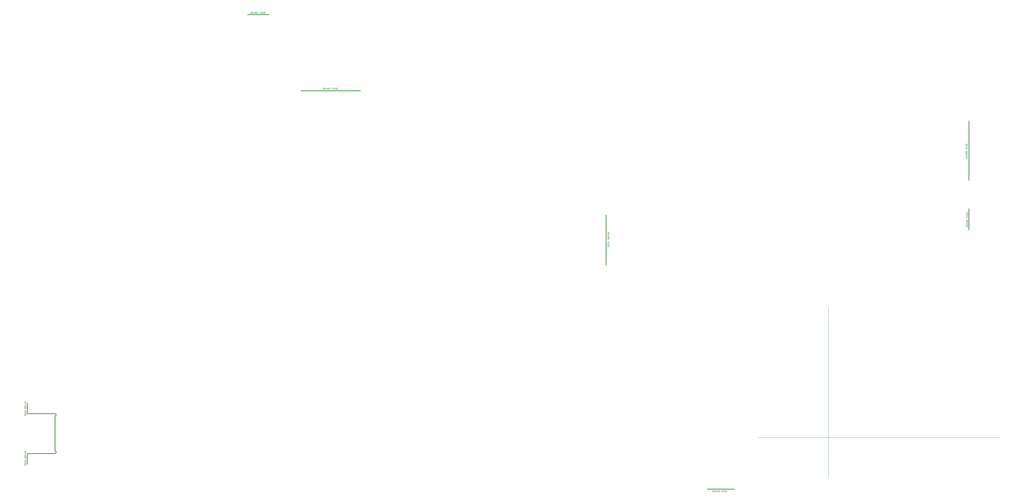
<source format=gbr>
G04 DipTrace 3.3.1.3*
G04 TopAssy.gbr*
%MOIN*%
G04 #@! TF.FileFunction,Drawing,Top*
G04 #@! TF.Part,Single*
%ADD10C,0.009843*%
%ADD15C,0.001312*%
%ADD96C,0.003088*%
%FSLAX26Y26*%
G04*
G70*
G90*
G75*
G01*
G04 TopAssy*
%LPD*%
X8033855Y4079921D2*
D10*
Y3421654D1*
X12789171Y3886417D2*
Y4165157D1*
X3334646Y6710632D2*
X3613386D1*
X811792Y1474800D2*
G02X811792Y1443344I43J-15728D01*
G01*
X811848Y982686D2*
G02X811848Y951229I-13J-15728D01*
G01*
X811624Y1474800D2*
X445690D1*
X811624Y951145D2*
X445690D1*
X811792Y1443344D2*
Y982686D1*
X445690Y949211D2*
Y815395D1*
Y1610634D2*
Y1476819D1*
X4035039Y5710627D2*
X4812992D1*
X12789177Y4536811D2*
Y5314764D1*
X9359843Y483050D2*
X9714173D1*
X10024016Y1162598D2*
D15*
X13193307D1*
X10949213Y650787D2*
Y2867323D1*
X8072154Y3850222D2*
D96*
X8052058D1*
X8052057Y3841600D1*
X8053030Y3838726D1*
X8053981Y3837775D1*
X8055882Y3836824D1*
X8058756D1*
X8060680Y3837775D1*
X8061630Y3838726D1*
X8062581Y3841600D1*
X8063554Y3838726D1*
X8064504Y3837775D1*
X8066405Y3836824D1*
X8068329D1*
X8070230Y3837775D1*
X8071203Y3838726D1*
X8072153Y3841600D1*
X8072154Y3850222D1*
X8062581D2*
Y3841600D1*
X8072153Y3824901D2*
X8071203Y3826824D1*
X8069279Y3828725D1*
X8067378Y3829698D1*
X8064504Y3830649D1*
X8059707D1*
X8056855Y3829698D1*
X8054931Y3828725D1*
X8053030Y3826824D1*
X8052057Y3824901D1*
Y3821076D1*
X8053030Y3819175D1*
X8054932Y3817251D1*
X8056855Y3816301D1*
X8059707Y3815350D1*
X8064504D1*
X8067378Y3816301D1*
X8069279Y3817251D1*
X8071203Y3819175D1*
X8072153Y3821076D1*
Y3824901D1*
X8052058Y3793854D2*
X8072153Y3801525D1*
X8052058Y3809174D1*
X8058756Y3806300D2*
Y3796728D1*
X8062581Y3787678D2*
Y3779078D1*
X8063554Y3776204D1*
X8064504Y3775231D1*
X8066405Y3774281D1*
X8068329D1*
X8070230Y3775231D1*
X8071203Y3776204D1*
X8072153Y3779078D1*
Y3787678D1*
X8052058D1*
X8062581Y3780979D2*
X8052058Y3774281D1*
X8072153Y3768105D2*
X8052058D1*
Y3761406D1*
X8053030Y3758532D1*
X8054932Y3756609D1*
X8056855Y3755658D1*
X8059707Y3754708D1*
X8064504D1*
X8067378Y3755658D1*
X8069279Y3756609D1*
X8071203Y3758532D1*
X8072153Y3761406D1*
Y3768105D1*
X8072154Y3716667D2*
Y3729092D1*
X8052058D1*
Y3716667D1*
X8062581Y3729092D2*
Y3721442D1*
X8072154Y3710491D2*
X8052058D1*
Y3703793D1*
X8053030Y3700919D1*
X8054932Y3698995D1*
X8056855Y3698045D1*
X8059707Y3697094D1*
X8064504D1*
X8067378Y3698045D1*
X8069279Y3698995D1*
X8071203Y3700919D1*
X8072154Y3703793D1*
Y3710491D1*
X8067378Y3676570D2*
X8069279Y3677521D1*
X8071203Y3679444D1*
X8072154Y3681346D1*
Y3685170D1*
X8071203Y3687094D1*
X8069279Y3688995D1*
X8067378Y3689968D1*
X8064504Y3690918D1*
X8059707D1*
X8056855Y3689968D1*
X8054932Y3688995D1*
X8053030Y3687094D1*
X8052058Y3685170D1*
Y3681346D1*
X8053030Y3679444D1*
X8054932Y3677521D1*
X8056855Y3676570D1*
X8059707D1*
Y3681346D1*
X8072154Y3657970D2*
Y3670395D1*
X8052058D1*
Y3657970D1*
X8062581Y3670395D2*
Y3662745D1*
X12755799Y3927319D2*
X12775895D1*
Y3935941D1*
X12774923Y3938815D1*
X12773972Y3939766D1*
X12772071Y3940717D1*
X12769197D1*
X12767273Y3939766D1*
X12766323Y3938816D1*
X12765372Y3935942D1*
X12764399Y3938816D1*
X12763449Y3939766D1*
X12761547Y3940717D1*
X12759624D1*
X12757723Y3939766D1*
X12756750Y3938816D1*
X12755799Y3935942D1*
Y3927319D1*
X12765372D2*
Y3935942D1*
X12755799Y3952640D2*
X12756750Y3950717D1*
X12758673Y3948816D1*
X12760575Y3947843D1*
X12763449Y3946892D1*
X12768246D1*
X12771098Y3947843D1*
X12773021Y3948816D1*
X12774923Y3950717D1*
X12775895Y3952640D1*
Y3956465D1*
X12774923Y3958366D1*
X12773021Y3960290D1*
X12771098Y3961240D1*
X12768246Y3962191D1*
X12763449D1*
X12760575Y3961240D1*
X12758673Y3960290D1*
X12756750Y3958366D1*
X12755799Y3956465D1*
Y3952640D1*
X12775895Y3983687D2*
X12755799Y3976016D1*
X12775895Y3968367D1*
X12769197Y3971241D2*
Y3980813D1*
X12765372Y3989863D2*
Y3998463D1*
X12764399Y4001337D1*
X12763449Y4002310D1*
X12761547Y4003260D1*
X12759624D1*
X12757723Y4002310D1*
X12756750Y4001337D1*
X12755799Y3998463D1*
Y3989863D1*
X12775895D1*
X12765372Y3996562D2*
X12775895Y4003260D1*
X12755799Y4009436D2*
X12775895D1*
Y4016135D1*
X12774922Y4019009D1*
X12773021Y4020932D1*
X12771098Y4021883D1*
X12768246Y4022833D1*
X12763449D1*
X12760575Y4021883D1*
X12758673Y4020932D1*
X12756750Y4019009D1*
X12755799Y4016135D1*
Y4009436D1*
Y4060874D2*
Y4048450D1*
X12775895D1*
Y4060874D1*
X12765372Y4048450D2*
Y4056099D1*
X12755799Y4067050D2*
X12775895D1*
Y4073749D1*
X12774922Y4076623D1*
X12773021Y4078546D1*
X12771098Y4079497D1*
X12768246Y4080447D1*
X12763449D1*
X12760575Y4079497D1*
X12758673Y4078546D1*
X12756750Y4076623D1*
X12755799Y4073749D1*
Y4067050D1*
X12760575Y4100971D2*
X12758673Y4100020D1*
X12756750Y4098097D1*
X12755799Y4096196D1*
Y4092371D1*
X12756750Y4090448D1*
X12758673Y4088546D1*
X12760575Y4087574D1*
X12763449Y4086623D1*
X12768246D1*
X12771098Y4087574D1*
X12773021Y4088546D1*
X12774922Y4090448D1*
X12775895Y4092371D1*
Y4096196D1*
X12774922Y4098097D1*
X12773021Y4100020D1*
X12771098Y4100971D1*
X12768246D1*
Y4096196D1*
X12755799Y4119571D2*
Y4107147D1*
X12775895D1*
Y4119571D1*
X12765372Y4107147D2*
Y4114796D1*
X3375548Y6744004D2*
Y6723908D1*
X3384170D1*
X3387044Y6724881D1*
X3387994Y6725831D1*
X3388945Y6727733D1*
Y6730607D1*
X3387994Y6732530D1*
X3387044Y6733481D1*
X3384170Y6734431D1*
X3387044Y6735404D1*
X3387994Y6736355D1*
X3388945Y6738256D1*
Y6740179D1*
X3387994Y6742081D1*
X3387044Y6743053D1*
X3384170Y6744004D1*
X3375548D1*
Y6734431D2*
X3384170D1*
X3400869Y6744004D2*
X3398945Y6743053D1*
X3397044Y6741130D1*
X3396071Y6739229D1*
X3395121Y6736355D1*
Y6731557D1*
X3396071Y6728705D1*
X3397044Y6726782D1*
X3398945Y6724881D1*
X3400869Y6723908D1*
X3404693D1*
X3406595Y6724881D1*
X3408518Y6726782D1*
X3409469Y6728705D1*
X3410419Y6731557D1*
Y6736355D1*
X3409469Y6739229D1*
X3408518Y6741130D1*
X3406595Y6743053D1*
X3404693Y6744004D1*
X3400869D1*
X3431916Y6723908D2*
X3424244Y6744004D1*
X3416595Y6723908D1*
X3419469Y6730607D2*
X3429042D1*
X3438091Y6734431D2*
X3446691D1*
X3449565Y6735404D1*
X3450538Y6736355D1*
X3451489Y6738256D1*
Y6740179D1*
X3450538Y6742081D1*
X3449565Y6743053D1*
X3446691Y6744004D1*
X3438091D1*
Y6723908D1*
X3444790Y6734431D2*
X3451489Y6723908D1*
X3457664Y6744004D2*
Y6723908D1*
X3464363D1*
X3467237Y6724881D1*
X3469161Y6726782D1*
X3470111Y6728705D1*
X3471062Y6731557D1*
Y6736355D1*
X3470111Y6739229D1*
X3469161Y6741130D1*
X3467237Y6743053D1*
X3464363Y6744004D1*
X3457664D1*
X3509103D2*
X3496678D1*
Y6723908D1*
X3509103D1*
X3496678Y6734431D2*
X3504327D1*
X3515278Y6744004D2*
Y6723908D1*
X3521977D1*
X3524851Y6724881D1*
X3526774Y6726782D1*
X3527725Y6728705D1*
X3528676Y6731557D1*
Y6736355D1*
X3527725Y6739229D1*
X3526774Y6741130D1*
X3524851Y6743053D1*
X3521977Y6744004D1*
X3515278D1*
X3549199Y6739229D2*
X3548249Y6741130D1*
X3546325Y6743053D1*
X3544424Y6744004D1*
X3540599D1*
X3538676Y6743053D1*
X3536775Y6741130D1*
X3535802Y6739229D1*
X3534851Y6736355D1*
Y6731557D1*
X3535802Y6728705D1*
X3536775Y6726782D1*
X3538676Y6724881D1*
X3540599Y6723908D1*
X3544424D1*
X3546325Y6724881D1*
X3548249Y6726782D1*
X3549199Y6728705D1*
Y6731557D1*
X3544424D1*
X3567799Y6744004D2*
X3555375D1*
Y6723908D1*
X3567799D1*
X3555375Y6734431D2*
X3563024D1*
X431442Y850630D2*
Y863054D1*
X411346D1*
Y850630D1*
X421869Y863054D2*
Y855405D1*
X431442Y844454D2*
X411346D1*
Y837755D1*
X412319Y834881D1*
X414220Y832958D1*
X416143Y832007D1*
X418995Y831057D1*
X423793D1*
X426667Y832007D1*
X428568Y832958D1*
X430491Y834881D1*
X431442Y837755D1*
Y844454D1*
X426667Y810533D2*
X428568Y811484D1*
X430491Y813407D1*
X431442Y815308D1*
Y819133D1*
X430491Y821056D1*
X428568Y822958D1*
X426667Y823930D1*
X423793Y824881D1*
X418995D1*
X416143Y823930D1*
X414220Y822958D1*
X412319Y821056D1*
X411346Y819133D1*
Y815308D1*
X412319Y813407D1*
X414220Y811484D1*
X416143Y810533D1*
X418995D1*
Y815308D1*
X431442Y791933D2*
Y804357D1*
X411346D1*
Y791933D1*
X421869Y804357D2*
Y796708D1*
X431442Y979964D2*
X411346D1*
Y971342D1*
X412319Y968468D1*
X413269Y967517D1*
X415170Y966567D1*
X418045D1*
X419968Y967517D1*
X420919Y968468D1*
X421869Y971342D1*
X422842Y968468D1*
X423793Y967517D1*
X425694Y966567D1*
X427617D1*
X429518Y967517D1*
X430491Y968468D1*
X431442Y971342D1*
Y979964D1*
X421869D2*
Y971342D1*
X431442Y954643D2*
X430491Y956566D1*
X428568Y958468D1*
X426667Y959440D1*
X423793Y960391D1*
X418995D1*
X416143Y959441D1*
X414220Y958468D1*
X412319Y956567D1*
X411346Y954643D1*
Y950818D1*
X412319Y948917D1*
X414220Y946994D1*
X416143Y946043D1*
X418995Y945093D1*
X423793D1*
X426667Y946043D1*
X428568Y946994D1*
X430491Y948917D1*
X431442Y950818D1*
Y954643D1*
X411346Y923596D2*
X431442Y931268D1*
X411346Y938917D1*
X418045Y936043D2*
Y926470D1*
X421869Y917420D2*
Y908821D1*
X422842Y905947D1*
X423793Y904974D1*
X425694Y904023D1*
X427617D1*
X429518Y904974D1*
X430491Y905946D1*
X431442Y908821D1*
Y917420D1*
X411346D1*
X421869Y910722D2*
X411346Y904023D1*
X431442Y897847D2*
X411346D1*
Y891149D1*
X412319Y888275D1*
X414220Y886351D1*
X416143Y885401D1*
X418995Y884450D1*
X423793D1*
X426667Y885401D1*
X428568Y886351D1*
X430491Y888275D1*
X431442Y891149D1*
Y897847D1*
Y1500614D2*
Y1513039D1*
X411346D1*
Y1500614D1*
X421869Y1513039D2*
Y1505390D1*
X431442Y1494439D2*
X411346D1*
Y1487740D1*
X412319Y1484866D1*
X414220Y1482943D1*
X416143Y1481992D1*
X418995Y1481041D1*
X423793D1*
X426667Y1481992D1*
X428568Y1482943D1*
X430491Y1484866D1*
X431442Y1487740D1*
Y1494439D1*
X426667Y1460518D2*
X428568Y1461468D1*
X430491Y1463392D1*
X431442Y1465293D1*
Y1469118D1*
X430491Y1471041D1*
X428568Y1472942D1*
X426667Y1473915D1*
X423793Y1474866D1*
X418995D1*
X416143Y1473915D1*
X414220Y1472942D1*
X412319Y1471041D1*
X411346Y1469118D1*
Y1465293D1*
X412319Y1463392D1*
X414220Y1461468D1*
X416143Y1460518D1*
X418995D1*
Y1465293D1*
X431442Y1441917D2*
Y1454342D1*
X411346D1*
Y1441918D1*
X421869Y1454342D2*
Y1446693D1*
X431442Y1629949D2*
X411346D1*
Y1621327D1*
X412319Y1618453D1*
X413269Y1617502D1*
X415170Y1616551D1*
X418045D1*
X419968Y1617502D1*
X420919Y1618453D1*
X421869Y1621327D1*
X422842Y1618453D1*
X423793Y1617502D1*
X425694Y1616551D1*
X427617D1*
X429518Y1617502D1*
X430491Y1618453D1*
X431442Y1621327D1*
Y1629949D1*
X421869D2*
Y1621327D1*
X431442Y1604628D2*
X430491Y1606551D1*
X428568Y1608452D1*
X426667Y1609425D1*
X423793Y1610376D1*
X418995D1*
X416143Y1609425D1*
X414220Y1608452D1*
X412319Y1606551D1*
X411346Y1604628D1*
Y1600803D1*
X412319Y1598902D1*
X414220Y1596978D1*
X416143Y1596028D1*
X418995Y1595077D1*
X423793D1*
X426667Y1596028D1*
X428568Y1596978D1*
X430491Y1598902D1*
X431442Y1600803D1*
Y1604628D1*
X411346Y1573581D2*
X431442Y1581252D1*
X411346Y1588902D1*
X418045Y1586027D2*
Y1576455D1*
X421869Y1567405D2*
Y1558805D1*
X422842Y1555931D1*
X423793Y1554958D1*
X425694Y1554008D1*
X427617D1*
X429518Y1554958D1*
X430491Y1555931D1*
X431442Y1558805D1*
Y1567405D1*
X411346D1*
X421869Y1560706D2*
X411346Y1554008D1*
X431442Y1547832D2*
X411346D1*
Y1541133D1*
X412319Y1538259D1*
X414220Y1536336D1*
X416143Y1535385D1*
X418995Y1534435D1*
X423793D1*
X426667Y1535385D1*
X428568Y1536336D1*
X430491Y1538259D1*
X431442Y1541133D1*
Y1547832D1*
X4324581Y5748925D2*
Y5728829D1*
X4333203D1*
X4336077Y5729802D1*
X4337028Y5730753D1*
X4337979Y5732654D1*
Y5735528D1*
X4337028Y5737451D1*
X4336077Y5738402D1*
X4333203Y5739353D1*
X4336077Y5740325D1*
X4337028Y5741276D1*
X4337979Y5743177D1*
Y5745101D1*
X4337028Y5747002D1*
X4336077Y5747975D1*
X4333203Y5748925D1*
X4324581D1*
Y5739353D2*
X4333203D1*
X4349902Y5748925D2*
X4347979Y5747975D1*
X4346078Y5746051D1*
X4345105Y5744150D1*
X4344154Y5741276D1*
Y5736478D1*
X4345105Y5733627D1*
X4346078Y5731703D1*
X4347979Y5729802D1*
X4349902Y5728829D1*
X4353727D1*
X4355628Y5729802D1*
X4357552Y5731703D1*
X4358502Y5733627D1*
X4359453Y5736478D1*
Y5741276D1*
X4358502Y5744150D1*
X4357552Y5746051D1*
X4355628Y5747975D1*
X4353727Y5748925D1*
X4349902D1*
X4380949Y5728829D2*
X4373278Y5748925D1*
X4365629Y5728829D1*
X4368503Y5735528D2*
X4378075D1*
X4387125Y5739353D2*
X4395725D1*
X4398599Y5740325D1*
X4399572Y5741276D1*
X4400522Y5743177D1*
Y5745101D1*
X4399572Y5747002D1*
X4398599Y5747975D1*
X4395725Y5748925D1*
X4387125D1*
Y5728829D1*
X4393824Y5739353D2*
X4400522Y5728829D1*
X4406698Y5748925D2*
Y5728829D1*
X4413397D1*
X4416271Y5729802D1*
X4418194Y5731703D1*
X4419145Y5733627D1*
X4420096Y5736478D1*
Y5741276D1*
X4419145Y5744150D1*
X4418194Y5746051D1*
X4416271Y5747975D1*
X4413397Y5748925D1*
X4406698D1*
X4458136D2*
X4445712D1*
Y5728829D1*
X4458136D1*
X4445712Y5739353D2*
X4453361D1*
X4464312Y5748925D2*
Y5728829D1*
X4471011D1*
X4473885Y5729802D1*
X4475808Y5731703D1*
X4476759Y5733627D1*
X4477709Y5736478D1*
Y5741276D1*
X4476759Y5744150D1*
X4475808Y5746051D1*
X4473885Y5747975D1*
X4471011Y5748925D1*
X4464312D1*
X4498233Y5744150D2*
X4497282Y5746051D1*
X4495359Y5747975D1*
X4493458Y5748925D1*
X4489633D1*
X4487710Y5747975D1*
X4485808Y5746051D1*
X4484836Y5744150D1*
X4483885Y5741276D1*
Y5736478D1*
X4484836Y5733627D1*
X4485808Y5731703D1*
X4487710Y5729802D1*
X4489633Y5728829D1*
X4493458D1*
X4495359Y5729802D1*
X4497282Y5731703D1*
X4498233Y5733627D1*
Y5736478D1*
X4493458D1*
X4516833Y5748925D2*
X4504409D1*
Y5728829D1*
X4516833D1*
X4504409Y5739353D2*
X4512058D1*
X12750878Y4826353D2*
X12770974D1*
Y4834975D1*
X12770001Y4837849D1*
X12769051Y4838800D1*
X12767149Y4839750D1*
X12764275D1*
X12762352Y4838800D1*
X12761401Y4837849D1*
X12760451Y4834975D1*
X12759478Y4837849D1*
X12758527Y4838800D1*
X12756626Y4839750D1*
X12754703D1*
X12752801Y4838800D1*
X12751829Y4837849D1*
X12750878Y4834975D1*
Y4826353D1*
X12760451D2*
Y4834975D1*
X12750878Y4851674D2*
X12751829Y4849751D1*
X12753752Y4847850D1*
X12755653Y4846877D1*
X12758527Y4845926D1*
X12763325D1*
X12766177Y4846877D1*
X12768100Y4847849D1*
X12770001Y4849751D1*
X12770974Y4851674D1*
Y4855499D1*
X12770001Y4857400D1*
X12768100Y4859323D1*
X12766177Y4860274D1*
X12763325Y4861225D1*
X12758527D1*
X12755653Y4860274D1*
X12753752Y4859323D1*
X12751829Y4857400D1*
X12750878Y4855499D1*
Y4851674D1*
X12770974Y4882721D2*
X12750878Y4875050D1*
X12770974Y4867400D1*
X12764275Y4870274D2*
Y4879847D1*
X12760451Y4888897D2*
Y4897497D1*
X12759478Y4900371D1*
X12758527Y4901344D1*
X12756626Y4902294D1*
X12754703D1*
X12752801Y4901344D1*
X12751829Y4900371D1*
X12750878Y4897497D1*
Y4888897D1*
X12770974D1*
X12760451Y4895595D2*
X12770974Y4902294D1*
X12750878Y4908470D2*
X12770974D1*
Y4915169D1*
X12770001Y4918043D1*
X12768100Y4919966D1*
X12766177Y4920917D1*
X12763325Y4921867D1*
X12758527D1*
X12755653Y4920917D1*
X12753752Y4919966D1*
X12751829Y4918043D1*
X12750878Y4915169D1*
Y4908470D1*
Y4959908D2*
Y4947483D1*
X12770974D1*
Y4959908D1*
X12760451Y4947483D2*
Y4955133D1*
X12750878Y4966084D2*
X12770974D1*
Y4972782D1*
X12770001Y4975656D1*
X12768100Y4977580D1*
X12766177Y4978530D1*
X12763325Y4979481D1*
X12758527D1*
X12755653Y4978530D1*
X12753752Y4977580D1*
X12751829Y4975656D1*
X12750878Y4972782D1*
Y4966084D1*
X12755653Y5000005D2*
X12753752Y4999054D1*
X12751829Y4997131D1*
X12750878Y4995229D1*
Y4991405D1*
X12751829Y4989481D1*
X12753752Y4987580D1*
X12755653Y4986607D1*
X12758527Y4985657D1*
X12763325D1*
X12766177Y4986607D1*
X12768100Y4987580D1*
X12770001Y4989481D1*
X12770974Y4991405D1*
Y4995229D1*
X12770001Y4997131D1*
X12768100Y4999054D1*
X12766177Y5000005D1*
X12763325D1*
Y4995229D1*
X12750878Y5018605D2*
Y5006180D1*
X12770974D1*
Y5018605D1*
X12760451Y5006180D2*
Y5013830D1*
X9562280Y467028D2*
X9549855D1*
Y446932D1*
X9562280D1*
X9549855Y457455D2*
X9557504D1*
X9568455Y467028D2*
Y446932D1*
X9575154D1*
X9578028Y447905D1*
X9579951Y449806D1*
X9580902Y451729D1*
X9581853Y454581D1*
Y459379D1*
X9580902Y462253D1*
X9579951Y464154D1*
X9578028Y466077D1*
X9575154Y467028D1*
X9568455D1*
X9602376Y462253D2*
X9601426Y464154D1*
X9599502Y466077D1*
X9597601Y467028D1*
X9593776D1*
X9591853Y466077D1*
X9589952Y464154D1*
X9588979Y462253D1*
X9588028Y459379D1*
Y454581D1*
X9588979Y451729D1*
X9589952Y449806D1*
X9591853Y447905D1*
X9593776Y446932D1*
X9597601D1*
X9599502Y447905D1*
X9601426Y449806D1*
X9602376Y451729D1*
Y454581D1*
X9597601D1*
X9620977Y467028D2*
X9608552D1*
Y446932D1*
X9620977D1*
X9608552Y457455D2*
X9616201D1*
X9430942Y467439D2*
Y447343D1*
X9439564D1*
X9442438Y448316D1*
X9443388Y449267D1*
X9444339Y451168D1*
Y454042D1*
X9443388Y455965D1*
X9442438Y456916D1*
X9439564Y457867D1*
X9442438Y458839D1*
X9443388Y459790D1*
X9444339Y461691D1*
Y463615D1*
X9443388Y465516D1*
X9442438Y466489D1*
X9439564Y467439D1*
X9430942D1*
Y457867D2*
X9439564D1*
X9456263Y467439D2*
X9454339Y466489D1*
X9452438Y464565D1*
X9451465Y462664D1*
X9450515Y459790D1*
Y454993D1*
X9451465Y452141D1*
X9452438Y450217D1*
X9454339Y448316D1*
X9456263Y447343D1*
X9460087D1*
X9461989Y448316D1*
X9463912Y450217D1*
X9464863Y452141D1*
X9465813Y454993D1*
Y459790D1*
X9464863Y462664D1*
X9463912Y464565D1*
X9461989Y466489D1*
X9460087Y467439D1*
X9456263D1*
X9487310Y447343D2*
X9479638Y467439D1*
X9471989Y447343D1*
X9474863Y454042D2*
X9484436D1*
X9493485Y457867D2*
X9502085D1*
X9504959Y458839D1*
X9505932Y459790D1*
X9506883Y461691D1*
Y463615D1*
X9505932Y465516D1*
X9504959Y466489D1*
X9502085Y467439D1*
X9493485D1*
Y447343D1*
X9500184Y457867D2*
X9506883Y447343D1*
X9513058Y467439D2*
Y447343D1*
X9519757D1*
X9522631Y448316D1*
X9524554Y450217D1*
X9525505Y452141D1*
X9526456Y454993D1*
Y459790D1*
X9525505Y462664D1*
X9524554Y464565D1*
X9522631Y466489D1*
X9519757Y467439D1*
X9513058D1*
M02*

</source>
